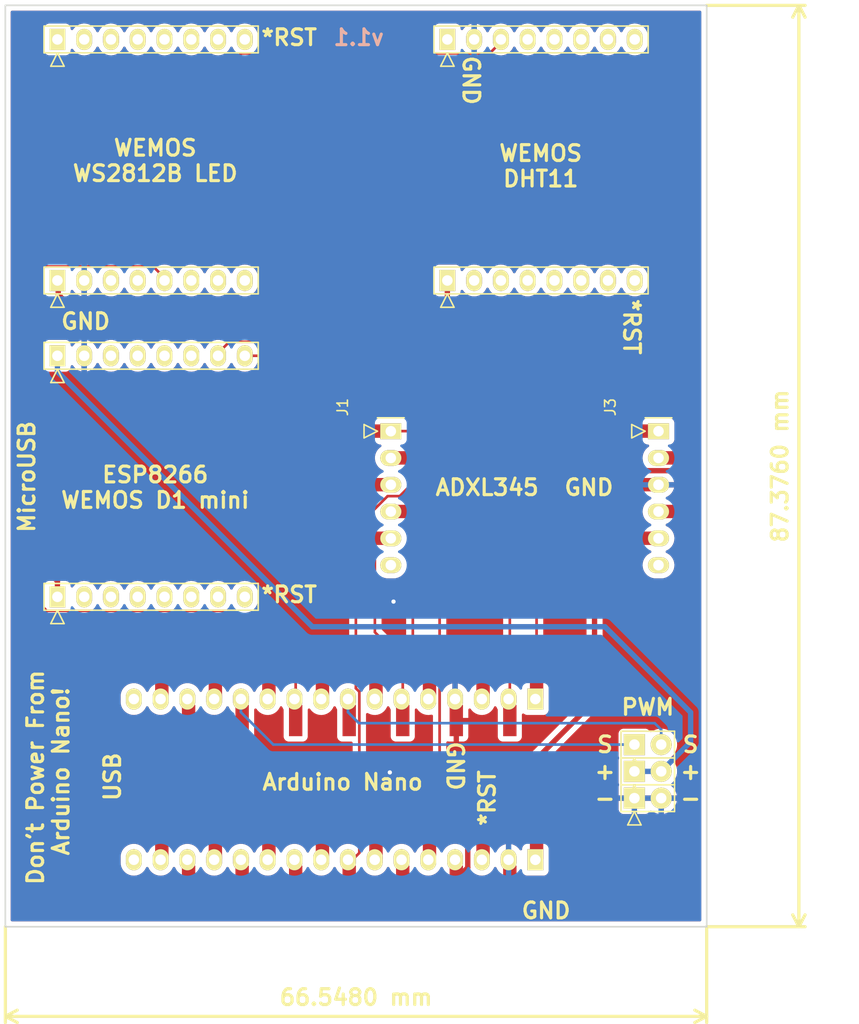
<source format=kicad_pcb>
(kicad_pcb (version 20211014) (generator pcbnew)
  (title_block (date "2020-05-01") (rev "v1.1") (comment 1 "X. Wang"))
  (layers (0 "F.Cu" signal) (31 "B.Cu" signal) (34 "B.Paste" user) (35 "F.Paste" user) (36 "B.SilkS" user "B.Silkscreen") (37 "F.SilkS" user "F.Silkscreen") (38 "B.Mask" user) (39 "F.Mask" user) (44 "Edge.Cuts" user))
  (net 0 "")
  (net 1 "GND")
  (net 2 "SCL")
  (net 3 "SDA")
  (net 4 "Net-(J10-Pad1)")
  (net 5 "Rx")
  (net 6 "Tx")
  (net 7 "Net-(J10-Pad2)")
  (net 8 "3.3V")
  (footprint "ESP32-footprints-Lib:PIN8" (layer "F.Cu") (at 88 44.888)
    (fp_text reference "J12" hide)
    (fp_text value "LED" hide)
    (fp_line (start -10.16 1.27) (end 10.16 1.27) (layer "F.SilkS") (width 0.15))
    (fp_line (start 10.16 -1.27) (end -10.16 -1.27) (layer "F.SilkS") (width 0.15))
    (fp_line (start -9.525 2.54) (end -8.89 1.27) (layer "F.SilkS") (width 0.15))
    (fp_line (start -10.16 -1.27) (end -10.16 1.27) (layer "F.SilkS") (width 0.15))
    (fp_line (start -8.255 2.54) (end -8.89 1.27) (layer "F.SilkS") (width 0.15))
    (fp_line (start -9.525 2.54) (end -8.255 2.54) (layer "F.SilkS") (width 0.15))
    (fp_line (start 10.16 1.27) (end 10.16 -1.27) (layer "F.SilkS") (width 0.15))
    (pad "1" thru_hole rect locked (at -8.89 0) (size 1.5 2) (drill 1) (layers *.Cu *.Mask "F.SilkS"))
    (pad "2" thru_hole oval locked (at -6.35 0) (size 1.5 2) (drill 1) (layers *.Cu *.Mask "F.SilkS"))
    (pad "3" thru_hole oval locked (at -3.81 0) (size 1.5 2) (drill 1) (layers *.Cu *.Mask "F.SilkS"))
    (pad "4" thru_hole oval locked (at -1.27 0) (size 1.5 2) (drill 1) (layers *.Cu *.Mask "F.SilkS"))
    (pad "5" thru_hole oval locked (at 1.27 0) (size 1.5 2) (drill 1) (layers *.Cu *.Mask "F.SilkS"))
    (pad "6" thru_hole oval locked (at 3.81 0) (size 1.5 2) (drill 1) (layers *.Cu *.Mask "F.SilkS"))
    (pad "7" thru_hole oval locked (at 6.35 0) (size 1.5 2) (drill 1) (layers *.Cu *.Mask "F.SilkS"))
    (pad "8" thru_hole oval locked (at 8.89 0) (size 1.5 2) (drill 1) (layers *.Cu *.Mask "F.SilkS"))
  )
  (footprint "ESP32-footprints-Lib:PIN8" (layer "F.Cu") (at 88 67.748)
    (fp_text reference "J5" hide)
    (fp_text value "LED" hide)
    (fp_line (start -10.16 1.27) (end 10.16 1.27) (layer "F.SilkS") (width 0.15))
    (fp_line (start -8.255 2.54) (end -8.89 1.27) (layer "F.SilkS") (width 0.15))
    (fp_line (start 10.16 1.27) (end 10.16 -1.27) (layer "F.SilkS") (width 0.15))
    (fp_line (start -10.16 -1.27) (end -10.16 1.27) (layer "F.SilkS") (width 0.15))
    (fp_line (start -9.525 2.54) (end -8.255 2.54) (layer "F.SilkS") (width 0.15))
    (fp_line (start -9.525 2.54) (end -8.89 1.27) (layer "F.SilkS") (width 0.15))
    (fp_line (start 10.16 -1.27) (end -10.16 -1.27) (layer "F.SilkS") (width 0.15))
    (pad "1" thru_hole rect locked (at -8.89 0) (size 1.5 2) (drill 1) (layers *.Cu *.Mask "F.SilkS") (net 8 "3.3V"))
    (pad "2" thru_hole oval locked (at -6.35 0) (size 1.5 2) (drill 1) (layers *.Cu *.Mask "F.SilkS") (net 1 "GND"))
    (pad "3" thru_hole oval locked (at -3.81 0) (size 1.5 2) (drill 1) (layers *.Cu *.Mask "F.SilkS"))
    (pad "4" thru_hole oval locked (at -1.27 0) (size 1.5 2) (drill 1) (layers *.Cu *.Mask "F.SilkS"))
    (pad "5" thru_hole oval locked (at 1.27 0) (size 1.5 2) (drill 1) (layers *.Cu *.Mask "F.SilkS") (net 7 "Net-(J10-Pad2)"))
    (pad "6" thru_hole oval locked (at 3.81 0) (size 1.5 2) (drill 1) (layers *.Cu *.Mask "F.SilkS"))
    (pad "7" thru_hole oval locked (at 6.35 0) (size 1.5 2) (drill 1) (layers *.Cu *.Mask "F.SilkS"))
    (pad "8" thru_hole oval locked (at 8.89 0) (size 1.5 2) (drill 1) (layers *.Cu *.Mask "F.SilkS"))
  )
  (footprint "ESP32-footprints-Lib:header5" (layer "F.Cu") (at 111.032 87.112 90)
    (fp_text reference "J1" (at 7.356 -4.86 90) (layer "F.SilkS"))
    (fp_text value "ADXL")
    (pad "1" smd rect locked (at 5.08 -1.8 90) (size 1.27 2.96) (layers "F.Cu" "F.Paste" "F.Mask") (net 2 "SCL"))
    (pad "2" smd rect locked (at 2.54 1.8 90) (size 1.27 2.96) (layers "F.Cu" "F.Paste" "F.Mask") (net 3 "SDA"))
    (pad "3" smd rect locked (at 0 -1.8 90) (size 1.27 2.96) (layers "F.Cu" "F.Paste" "F.Mask"))
    (pad "4" smd rect locked (at -2.54 1.8 90) (size 1.27 2.96) (layers "F.Cu" "F.Paste" "F.Mask"))
    (pad "5" smd rect locked (at -5.08 -1.8 90) (size 1.27 2.96) (layers "F.Cu" "F.Paste" "F.Mask"))
  )
  (footprint "ESP32-footprints-Lib:header5" (layer "F.Cu") (at 136 87.112 90)
    (fp_text reference "J3" (at 7.356 -4.428 90) (layer "F.SilkS"))
    (fp_text value "ADXL")
    (pad "1" smd rect locked (at 5.08 -1.8 90) (size 1.27 2.96) (layers "F.Cu" "F.Paste" "F.Mask"))
    (pad "2" smd rect locked (at 2.54 1.8 90) (size 1.27 2.96) (layers "F.Cu" "F.Paste" "F.Mask") (net 8 "3.3V"))
    (pad "3" smd rect locked (at 0 -1.8 90) (size 1.27 2.96) (layers "F.Cu" "F.Paste" "F.Mask") (net 1 "GND"))
    (pad "4" smd rect locked (at -2.54 1.8 90) (size 1.27 2.96) (layers "F.Cu" "F.Paste" "F.Mask"))
    (pad "5" smd rect locked (at -5.08 -1.8 90) (size 1.27 2.96) (layers "F.Cu" "F.Paste" "F.Mask"))
  )
  (footprint "ESP32-footprints-Lib:PIN8" (layer "F.Cu") (at 125 67.748)
    (fp_text reference "J7" hide)
    (fp_text value "TH11" hide)
    (fp_line (start -9.525 2.54) (end -8.255 2.54) (layer "F.SilkS") (width 0.15))
    (fp_line (start 10.16 1.27) (end 10.16 -1.27) (layer "F.SilkS") (width 0.15))
    (fp_line (start 10.16 -1.27) (end -10.16 -1.27) (layer "F.SilkS") (width 0.15))
    (fp_line (start -10.16 1.27) (end 10.16 1.27) (layer "F.SilkS") (width 0.15))
    (fp_line (start -8.255 2.54) (end -8.89 1.27) (layer "F.SilkS") (width 0.15))
    (fp_line (start -9.525 2.54) (end -8.89 1.27) (layer "F.SilkS") (width 0.15))
    (fp_line (start -10.16 -1.27) (end -10.16 1.27) (layer "F.SilkS") (width 0.15))
    (pad "1" thru_hole rect locked (at -8.89 0) (size 1.5 2) (drill 1) (layers *.Cu *.Mask "F.SilkS") (net 8 "3.3V"))
    (pad "2" thru_hole oval locked (at -6.35 0) (size 1.5 2) (drill 1) (layers *.Cu *.Mask "F.SilkS"))
    (pad "3" thru_hole oval locked (at -3.81 0) (size 1.5 2) (drill 1) (layers *.Cu *.Mask "F.SilkS"))
    (pad "4" thru_hole oval locked (at -1.27 0) (size 1.5 2) (drill 1) (layers *.Cu *.Mask "F.SilkS"))
    (pad "5" thru_hole oval locked (at 1.27 0) (size 1.5 2) (drill 1) (layers *.Cu *.Mask "F.SilkS"))
    (pad "6" thru_hole oval locked (at 3.81 0) (size 1.5 2) (drill 1) (layers *.Cu *.Mask "F.SilkS"))
    (pad "7" thru_hole oval locked (at 6.35 0) (size 1.5 2) (drill 1) (layers *.Cu *.Mask "F.SilkS"))
    (pad "8" thru_hole oval locked (at 8.89 0) (size 1.5 2) (drill 1) (layers *.Cu *.Mask "F.SilkS"))
  )
  (footprint "ESP32-footprints-Lib:PIN8" (layer "F.Cu") (at 88 97.748)
    (fp_text reference "J6" hide)
    (fp_text value "ESP" hide)
    (fp_line (start -8.255 2.54) (end -8.89 1.27) (layer "F.SilkS") (width 0.15))
    (fp_line (start 10.16 1.27) (end 10.16 -1.27) (layer "F.SilkS") (width 0.15))
    (fp_line (start 10.16 -1.27) (end -10.16 -1.27) (layer "F.SilkS") (width 0.15))
    (fp_line (start -10.16 -1.27) (end -10.16 1.27) (layer "F.SilkS") (width 0.15))
    (fp_line (start -10.16 1.27) (end 10.16 1.27) (layer "F.SilkS") (width 0.15))
    (fp_line (start -9.525 2.54) (end -8.255 2.54) (layer "F.SilkS") (width 0.15))
    (fp_line (start -9.525 2.54) (end -8.89 1.27) (layer "F.SilkS") (width 0.15))
    (pad "1" thru_hole rect locked (at -8.89 0) (size 1.5 2) (drill 1) (layers *.Cu *.Mask "F.SilkS") (net 8 "3.3V"))
    (pad "2" thru_hole oval locked (at -6.35 0) (size 1.5 2) (drill 1) (layers *.Cu *.Mask "F.SilkS"))
    (pad "3" thru_hole oval locked (at -3.81 0) (size 1.5 2) (drill 1) (layers *.Cu *.Mask "F.SilkS"))
    (pad "4" thru_hole oval locked (at -1.27 0) (size 1.5 2) (drill 1) (layers *.Cu *.Mask "F.SilkS"))
    (pad "5" thru_hole oval locked (at 1.27 0) (size 1.5 2) (drill 1) (layers *.Cu *.Mask "F.SilkS"))
    (pad "6" thru_hole oval locked (at 3.81 0) (size 1.5 2) (drill 1) (layers *.Cu *.Mask "F.SilkS"))
    (pad "7" thru_hole oval locked (at 6.35 0) (size 1.5 2) (drill 1) (layers *.Cu *.Mask "F.SilkS"))
    (pad "8" thru_hole oval locked (at 8.89 0) (size 1.5 2) (drill 1) (layers *.Cu *.Mask "F.SilkS"))
  )
  (footprint "ESP32-footprints-Lib:PIN8" (layer "F.Cu") (at 125 44.888)
    (fp_text reference "J2" hide)
    (fp_text value "TH11" hide)
    (fp_line (start -8.255 2.54) (end -8.89 1.27) (layer "F.SilkS") (width 0.15))
    (fp_line (start 10.16 -1.27) (end -10.16 -1.27) (layer "F.SilkS") (width 0.15))
    (fp_line (start 10.16 1.27) (end 10.16 -1.27) (layer "F.SilkS") (width 0.15))
    (fp_line (start -10.16 1.27) (end 10.16 1.27) (layer "F.SilkS") (width 0.15))
    (fp_line (start -9.525 2.54) (end -8.89 1.27) (layer "F.SilkS") (width 0.15))
    (fp_line (start -10.16 -1.27) (end -10.16 1.27) (layer "F.SilkS") (width 0.15))
    (fp_line (start -9.525 2.54) (end -8.255 2.54) (layer "F.SilkS") (width 0.15))
    (pad "1" thru_hole rect locked (at -8.89 0) (size 1.5 2) (drill 1) (layers *.Cu *.Mask "F.SilkS"))
    (pad "2" thru_hole oval locked (at -6.35 0) (size 1.5 2) (drill 1) (layers *.Cu *.Mask "F.SilkS") (net 1 "GND"))
    (pad "3" thru_hole oval locked (at -3.81 0) (size 1.5 2) (drill 1) (layers *.Cu *.Mask "F.SilkS") (net 4 "Net-(J10-Pad1)"))
    (pad "4" thru_hole oval locked (at -1.27 0) (size 1.5 2) (drill 1) (layers *.Cu *.Mask "F.SilkS"))
    (pad "5" thru_hole oval locked (at 1.27 0) (size 1.5 2) (drill 1) (layers *.Cu *.Mask "F.SilkS"))
    (pad "6" thru_hole oval locked (at 3.81 0) (size 1.5 2) (drill 1) (layers *.Cu *.Mask "F.SilkS"))
    (pad "7" thru_hole oval locked (at 6.35 0) (size 1.5 2) (drill 1) (layers *.Cu *.Mask "F.SilkS"))
    (pad "8" thru_hole oval locked (at 8.89 0) (size 1.5 2) (drill 1) (layers *.Cu *.Mask "F.SilkS"))
  )
  (footprint "ESP32-footprints-Lib:PIN8" (layer "F.Cu") (at 88 74.888)
    (fp_text reference "J4" hide)
    (fp_text value "ESP" hide)
    (fp_line (start 10.16 1.27) (end 10.16 -1.27) (layer "F.SilkS") (width 0.15))
    (fp_line (start -9.525 2.54) (end -8.89 1.27) (layer "F.SilkS") (width 0.15))
    (fp_line (start -8.255 2.54) (end -8.89 1.27) (layer "F.SilkS") (width 0.15))
    (fp_line (start -9.525 2.54) (end -8.255 2.54) (layer "F.SilkS") (width 0.15))
    (fp_line (start 10.16 -1.27) (end -10.16 -1.27) (layer "F.SilkS") (width 0.15))
    (fp_line (start -10.16 1.27) (end 10.16 1.27) (layer "F.SilkS") (width 0.15))
    (fp_line (start -10.16 -1.27) (end -10.16 1.27) (layer "F.SilkS") (width 0.15))
    (pad "1" thru_hole rect locked (at -8.89 0) (size 1.5 2) (drill 1) (layers *.Cu *.Mask "F.SilkS"))
    (pad "2" thru_hole oval locked (at -6.35 0) (size 1.5 2) (drill 1) (layers *.Cu *.Mask "F.SilkS") (net 1 "GND"))
    (pad "3" thru_hole oval locked (at -3.81 0) (size 1.5 2) (drill 1) (layers *.Cu *.Mask "F.SilkS"))
    (pad "4" thru_hole oval locked (at -1.27 0) (size 1.5 2) (drill 1) (layers *.Cu *.Mask "F.SilkS"))
    (pad "5" thru_hole oval locked (at 1.27 0) (size 1.5 2) (drill 1) (layers *.Cu *.Mask "F.SilkS"))
    (pad "6" thru_hole oval locked (at 3.81 0) (size 1.5 2) (drill 1) (layers *.Cu *.Mask "F.SilkS"))
    (pad "7" thru_hole oval locked (at 6.35 0) (size 1.5 2) (drill 1) (layers *.Cu *.Mask "F.SilkS") (net 6 "Tx"))
    (pad "8" thru_hole oval locked (at 8.89 0) (size 1.5 2) (drill 1) (layers *.Cu *.Mask "F.SilkS") (net 5 "Rx"))
  )
  (footprint "ESP32-footprints-Lib:header5" (layer "F.Cu") (at 119.496 122.924)
    (fp_text reference "" (at 7.504 0.012) (layer "F.SilkS"))
    (fp_text value "Nano")
    (pad "1" smd rect locked (at 5.08 -1.8) (size 1.27 2.96) (layers "F.Cu" "F.Paste" "F.Mask"))
    (pad "2" smd rect locked (at 2.54 1.8) (size 1.27 2.96) (layers "F.Cu" "F.Paste" "F.Mask") (net 1 "GND"))
    (pad "3" smd rect locked (at 0 -1.8) (size 1.27 2.96) (layers "F.Cu" "F.Paste" "F.Mask"))
    (pad "4" smd rect locked (at -2.54 1.8) (size 1.27 2.96) (layers "F.Cu" "F.Paste" "F.Mask") (net 8 "3.3V"))
    (pad "5" smd rect locked (at -5.08 -1.8) (size 1.27 2.96) (layers "F.Cu" "F.Paste" "F.Mask"))
  )
  (footprint "ESP32-footprints-Lib:header5" (layer "F.Cu") (at 94.096 122.924)
    (fp_text reference "" (at -6.72 2.552) (layer "F.SilkS"))
    (fp_text value "header5")
    (pad "1" smd rect locked (at 5.08 -1.8) (size 1.27 2.96) (layers "F.Cu" "F.Paste" "F.Mask"))
    (pad "2" smd rect locked (at 2.54 1.8) (size 1.27 2.96) (layers "F.Cu" "F.Paste" "F.Mask"))
    (pad "3" smd rect locked (at 0 -1.8) (size 1.27 2.96) (layers "F.Cu" "F.Paste" "F.Mask"))
    (pad "4" smd rect locked (at -2.54 1.8) (size 1.27 2.96) (layers "F.Cu" "F.Paste" "F.Mask"))
    (pad "5" smd rect locked (at -5.08 -1.8) (size 1.27 2.96) (layers "F.Cu" "F.Paste" "F.Mask"))
  )
  (footprint "ESP32-footprints-Lib:header5" (layer "F.Cu") (at 106.796 122.924 180)
    (fp_text reference "" (at -2.424 -2.044 180) (layer "F.SilkS"))
    (fp_text value "Nano")
    (pad "1" smd rect locked (at 5.08 -1.8 180) (size 1.27 2.96) (layers "F.Cu" "F.Paste" "F.Mask"))
    (pad "2" smd rect locked (at 2.54 1.8 180) (size 1.27 2.96) (layers "F.Cu" "F.Paste" "F.Mask"))
    (pad "3" smd rect locked (at 0 -1.8 180) (size 1.27 2.96) (layers "F.Cu" "F.Paste" "F.Mask") (net 3 "SDA"))
    (pad "4" smd rect locked (at -2.54 1.8 180) (size 1.27 2.96) (layers "F.Cu" "F.Paste" "F.Mask") (net 2 "SCL"))
    (pad "5" smd rect locked (at -5.08 -1.8 180) (size 1.27 2.96) (layers "F.Cu" "F.Paste" "F.Mask"))
  )
  (footprint "ESP32-footprints-Lib:header5" (layer "F.Cu") (at 94.096 107.684)
    (fp_text reference "" (at 0 5.08) (layer "F.SilkS"))
    (fp_text value "header5")
    (pad "1" smd rect locked (at 5.08 -1.8) (size 1.27 2.96) (layers "F.Cu" "F.Paste" "F.Mask"))
    (pad "2" smd rect locked (at 2.54 1.8) (size 1.27 2.96) (layers "F.Cu" "F.Paste" "F.Mask"))
    (pad "3" smd rect locked (at 0 -1.8) (size 1.27 2.96) (layers "F.Cu" "F.Paste" "F.Mask"))
    (pad "4" smd rect locked (at -2.54 1.8) (size 1.27 2.96) (layers "F.Cu" "F.Paste" "F.Mask"))
    (pad "5" smd rect locked (at -5.08 -1.8) (size 1.27 2.96) (layers "F.Cu" "F.Paste" "F.Mask"))
  )
  (footprint "ESP32-footprints-Lib:header5" (layer "F.Cu") (at 106.796 107.684 180)
    (fp_text reference "" (at 0 5.08 180) (layer "F.SilkS"))
    (fp_text value "Nano")
    (pad "1" smd rect locked (at 5.08 -1.8 180) (size 1.27 2.96) (layers "F.Cu" "F.Paste" "F.Mask") (net 4 "Net-(J10-Pad1)"))
    (pad "2" smd rect locked (at 2.54 1.8 180) (size 1.27 2.96) (layers "F.Cu" "F.Paste" "F.Mask") (net 7 "Net-(J10-Pad2)"))
    (pad "3" smd rect locked (at 0 -1.8 180) (size 1.27 2.96) (layers "F.Cu" "F.Paste" "F.Mask"))
    (pad "4" smd rect locked (at -2.54 1.8 180) (size 1.27 2.96) (layers "F.Cu" "F.Paste" "F.Mask"))
    (pad "5" smd rect locked (at -5.08 -1.8 180) (size 1.27 2.96) (layers "F.Cu" "F.Paste" "F.Mask"))
  )
  (footprint "ESP32-footprints-Lib:header5" (layer "F.Cu") (at 119.496 107.684)
    (fp_text reference "" (at 6.996 -4.56) (layer "F.SilkS"))
    (fp_text value "Nano")
    (pad "1" smd rect locked (at 5.08 -1.8) (size 1.27 2.96) (layers "F.Cu" "F.Paste" "F.Mask") (net 6 "Tx"))
    (pad "2" smd rect locked (at 2.54 1.8) (size 1.27 2.96) (layers "F.Cu" "F.Paste" "F.Mask") (net 5 "Rx"))
    (pad "3" smd rect locked (at 0 -1.8) (size 1.27 2.96) (layers "F.Cu" "F.Paste" "F.Mask"))
    (pad "4" smd rect locked (at -2.54 1.8) (size 1.27 2.96) (layers "F.Cu" "F.Paste" "F.Mask") (net 1 "GND"))
    (pad "5" smd rect locked (at -5.08 -1.8) (size 1.27 2.96) (layers "F.Cu" "F.Paste" "F.Mask"))
  )
  (footprint "ESP32-footprints-Lib:PIN6" (layer "F.Cu") (at 110.744 90.932 -90)
    (fp_text reference "J1" hide)
    (fp_text value "LCD" hide)
    (fp_line (start -8.255 2.54) (end -8.89 1.27) (layer "F.SilkS") (width 0.15))
    (fp_line (start -10.16 -1.27) (end -10.16 1.27) (layer "F.SilkS") (width 0.15))
    (fp_line (start -9.525 2.54) (end -8.89 1.27) (layer "F.SilkS") (width 0.15))
    (fp_line (start -9.525 2.54) (end -8.255 2.54) (layer "F.SilkS") (width 0.15))
    (pad "1" thru_hole rect locked (at -8.89 0 270) (size 1.5 2) (drill 1) (layers *.Cu *.Mask "F.SilkS"))
    (pad "2" thru_hole oval locked (at -6.35 0 270) (size 1.5 2) (drill 1) (layers *.Cu *.Mask "F.SilkS"))
    (pad "3" thru_hole oval locked (at -3.81 0 270) (size 1.5 2) (drill 1) (layers *.Cu *.Mask "F.SilkS"))
    (pad "4" thru_hole oval locked (at -1.27 0 270) (size 1.5 2) (drill 1) (layers *.Cu *.Mask "F.SilkS"))
    (pad "5" thru_hole oval locked (at 1.27 0 270) (size 1.5 2) (drill 1) (layers *.Cu *.Mask "F.SilkS"))
    (pad "6" thru_hole oval locked (at 3.81 0 270) (size 1.5 2) (drill 1) (layers *.Cu *.Mask "F.SilkS"))
  )
  (footprint "ESP32-footprints-Lib:PIN6" (layer "F.Cu") (at 136.144 90.932 -90)
    (fp_text reference "J1" hide)
    (fp_text value "LCD" hide)
    (fp_line (start -9.525 2.54) (end -8.89 1.27) (layer "F.SilkS") (width 0.15))
    (fp_line (start -9.525 2.54) (end -8.255 2.54) (layer "F.SilkS") (width 0.15))
    (fp_line (start -8.255 2.54) (end -8.89 1.27) (layer "F.SilkS") (width 0.15))
    (fp_line (start -10.16 -1.27) (end -10.16 1.27) (layer "F.SilkS") (width 0.15))
    (pad "1" thru_hole rect locked (at -8.89 0 270) (size 1.5 2) (drill 1) (layers *.Cu *.Mask "F.SilkS"))
    (pad "2" thru_hole oval locked (at -6.35 0 270) (size 1.5 2) (drill 1) (layers *.Cu *.Mask "F.SilkS"))
    (pad "3" thru_hole oval locked (at -3.81 0 270) (size 1.5 2) (drill 1) (layers *.Cu *.Mask "F.SilkS") (net 1 "GND"))
    (pad "4" thru_hole oval locked (at -1.27 0 270) (size 1.5 2) (drill 1) (layers *.Cu *.Mask "F.SilkS"))
    (pad "5" thru_hole oval locked (at 1.27 0 270) (size 1.5 2) (drill 1) (layers *.Cu *.Mask "F.SilkS"))
    (pad "6" thru_hole oval locked (at 3.81 0 270) (size 1.5 2) (drill 1) (layers *.Cu *.Mask "F.SilkS"))
  )
  (footprint "ESP32-footprints-Lib:PIN16" (layer "F.Cu") (at 104.14 108.712 180)
    (fp_text reference "CON9" hide)
    (fp_text value "" (at 0 -2 180) (layer "F.SilkS"))
    (pad "1" thru_hole rect locked (at -20.32 1.27 180) (size 1.5 2) (drill 1) (layers *.Cu *.Mask "F.SilkS"))
    (pad "2" thru_hole oval locked (at -17.78 1.27 180) (size 1.5 2) (drill 1) (layers *.Cu *.Mask "F.SilkS"))
    (pad "3" thru_hole oval locked (at -15.24 1.27 180) (size 1.5 2) (drill 1) (layers *.Cu *.Mask "F.SilkS"))
    (pad "4" thru_hole oval locked (at -12.7 1.27 180) (size 1.5 2) (drill 1) (layers *.Cu *.Mask "F.SilkS") (net 1 "GND"))
    (pad "5" thru_hole oval locked (at -10.16 1.27 180) (size 1.5 2) (drill 1) (layers *.Cu *.Mask "F.SilkS"))
    (pad "6" thru_hole oval locked (at -7.62 1.27 180) (size 1.5 2) (drill 1) (layers *.Cu *.Mask "F.SilkS"))
    (pad "7" thru_hole oval locked (at -5.08 1.27 180) (size 1.5 2) (drill 1) (layers *.Cu *.Mask "F.SilkS"))
    (pad "8" thru_hole oval locked (at -2.54 1.27 180) (size 1.5 2) (drill 1) (layers *.Cu *.Mask "F.SilkS"))
    (pad "9" thru_hole oval locked (at 0 1.27 180) (size 1.5 2) (drill 1) (layers *.Cu *.Mask "F.SilkS"))
    (pad "10" thru_hole oval locked (at 2.54 1.27 180) (size 1.5 2) (drill 1) (layers *.Cu *.Mask "F.SilkS"))
    (pad "11" thru_hole oval locked (at 5.08 1.27 180) (size 1.5 2) (drill 1) (layers *.Cu *.Mask "F.SilkS"))
    (pad "12" thru_hole oval locked (at 7.62 1.27 180) (size 1.5 2) (drill 1) (layers *.Cu *.Mask "F.SilkS"))
    (pad "13" thru_hole oval locked (at 10.16 1.27 180) (size 1.5 2) (drill 1) (layers *.Cu *.Mask "F.SilkS"))
    (pad "14" thru_hole oval locked (at 12.7 1.27 180) (size 1.5 2) (drill 1) (layers *.Cu *.Mask "F.SilkS"))
    (pad "15" thru_hole oval locked (at 15.24 1.27 180) (size 1.5 2) (drill 1) (layers *.Cu *.Mask "F.SilkS"))
    (pad "16" thru_hole oval locked (at 17.78 1.27 180) (size 1.5 2) (drill 1) (layers *.Cu *.Mask "F.SilkS"))
  )
  (footprint "ESP32-footprints-Lib:PIN16" (layer "F.Cu") (at 104.14 123.952 180)
    (fp_text reference "CON9" hide)
    (fp_text value "" (at 0 -2 180) (layer "F.SilkS"))
    (pad "1" thru_hole rect locked (at -20.32 1.27 180) (size 1.5 2) (drill 1) (layers *.Cu *.Mask "F.SilkS"))
    (pad "2" thru_hole oval locked (at -17.78 1.27 180) (size 1.5 2) (drill 1) (layers *.Cu *.Mask "F.SilkS") (net 1 "GND"))
    (pad "3" thru_hole oval locked (at -15.24 1.27 180) (size 1.5 2) (drill 1) (layers *.Cu *.Mask "F.SilkS"))
    (pad "4" thru_hole oval locked (at -12.7 1.27 180) (size 1.5 2) (drill 1) (layers *.Cu *.Mask "F.SilkS"))
    (pad "5" thru_hole oval locked (at -10.16 1.27 180) (size 1.5 2) (drill 1) (layers *.Cu *.Mask "F.SilkS"))
    (pad "6" thru_hole oval locked (at -7.62 1.27 180) (size 1.5 2) (drill 1) (layers *.Cu *.Mask "F.SilkS"))
    (pad "7" thru_hole oval locked (at -5.08 1.27 180) (size 1.5 2) (drill 1) (layers *.Cu *.Mask "F.SilkS"))
    (pad "8" thru_hole oval locked (at -2.54 1.27 180) (size 1.5 2) (drill 1) (layers *.Cu *.Mask "F.SilkS"))
    (pad "9" thru_hole oval locked (at 0 1.27 180) (size 1.5 2) (drill 1) (layers *.Cu *.Mask "F.SilkS"))
    (pad "10" thru_hole oval locked (at 2.54 1.27 180) (size 1.5 2) (drill 1) (layers *.Cu *.Mask "F.SilkS"))
    (pad "11" thru_hole oval locked (at 5.08 1.27 180) (size 1.5 2) (drill 1) (layers *.Cu *.Mask "F.SilkS"))
    (pad "12" thru_hole oval locked (at 7.62 1.27 180) (size 1.5 2) (drill 1) (layers *.Cu *.Mask "F.SilkS"))
    (pad "13" thru_hole oval locked (at 10.16 1.27 180) (size 1.5 2) (drill 1) (layers *.Cu *.Mask "F.SilkS"))
    (pad "14" thru_hole oval locked (at 12.7 1.27 180) (size 1.5 2) (drill 1) (layers *.Cu *.Mask "F.SilkS"))
    (pad "15" thru_hole oval locked (at 15.24 1.27 180) (size 1.5 2) (drill 1) (layers *.Cu *.Mask "F.SilkS"))
    (pad "16" thru_hole oval locked (at 17.78 1.27 180) (size 1.5 2) (drill 1) (layers *.Cu *.Mask "F.SilkS"))
  )
  (footprint "ESP32-footprints-Lib:PIN2" (layer "F.Cu") (at 135.128 111.76)
    (fp_text reference "CON14" hide)
    (fp_text value "BED_Th" hide)
    (fp_line (start -2.54 1.27) (end 2.54 1.27) (layer "F.SilkS") (width 0.15))
    (fp_line (start -2.54 -1.27) (end -2.54 1.27) (layer "F.SilkS") (width 0.15))
    (fp_line (start -1.905 2.54) (end -0.635 2.54) (layer "F.SilkS") (width 0.15))
    (fp_line (start -1.905 2.54) (end -1.27 1.27) (layer "F.SilkS") (width 0.15))
    (fp_line (start 2.54 1.27) (end 2.54 -1.27) (layer "F.SilkS") (width 0.15))
    (fp_line (start 2.54 -1.27) (end -2.54 -1.27) (layer "F.SilkS") (width 0.15))
    (fp_line (start -0.635 2.54) (end -1.27 1.27) (layer "F.SilkS") (width 0.15))
    (pad "1" thru_hole rect locked (at -1.27 0) (size 2 2) (drill 1) (layers *.Cu *.Mask "F.SilkS"))
    (pad "2" thru_hole oval locked (at 1.27 0) (size 2 2) (drill 1) (layers *.Cu *.Mask "F.SilkS"))
  )
  (footprint "ESP32-footprints-Lib:PIN2" (layer "F.Cu") (at 135.128 114.3)
    (fp_text reference "CON14" hide)
    (fp_text value "BED_Th" hide)
    (fp_line (start -2.54 1.27) (end 2.54 1.27) (layer "F.SilkS") (width 0.15))
    (fp_line (start 2.54 -1.27) (end -2.54 -1.27) (layer "F.SilkS") (width 0.15))
    (fp_line (start -0.635 2.54) (end -1.27 1.27) (layer "F.SilkS") (width 0.15))
    (fp_line (start -2.54 -1.27) (end -2.54 1.27) (layer "F.SilkS") (width 0.15))
    (fp_line (start 2.54 1.27) (end 2.54 -1.27) (layer "F.SilkS") (width 0.15))
    (fp_line (start -1.905 2.54) (end -1.27 1.27) (layer "F.SilkS") (width 0.15))
    (fp_line (start -1.905 2.54) (end -0.635 2.54) (layer "F.SilkS") (width 0.15))
    (pad "1" thru_hole rect locked (at -1.27 0) (size 2 2) (drill 1) (layers *.Cu *.Mask "F.SilkS"))
    (pad "2" thru_hole oval locked (at 1.27 0) (size 2 2) (drill 1) (layers *.Cu *.Mask "F.SilkS"))
  )
  (footprint "ESP32-footprints-Lib:PIN2" (layer "F.Cu") (at 135.128 116.84)
    (fp_text reference "CON14" hide)
    (fp_text value "BED_Th" hide)
    (fp_line (start 2.54 1.27) (end 2.54 -1.27) (layer "F.SilkS") (width 0.15))
    (fp_line (start -1.905 2.54) (end -0.635 2.54) (layer "F.SilkS") (width 0.15))
    (fp_line (start -2.54 1.27) (end 2.54 1.27) (layer "F.SilkS") (width 0.15))
    (fp_line (start -1.905 2.54) (end -1.27 1.27) (layer "F.SilkS") (width 0.15))
    (fp_line (start -0.635 2.54) (end -1.27 1.27) (layer "F.SilkS") (width 0.15))
    (fp_line (start 2.54 -1.27) (end -2.54 -1.27) (layer "F.SilkS") (width 0.15))
    (fp_line (start -2.54 -1.27) (end -2.54 1.27) (layer "F.SilkS") (width 0.15))
    (pad "1" thru_hole rect locked (at -1.27 0) (size 2 2) (drill 1) (layers *.Cu *.Mask "F.SilkS") (net 1 "GND"))
    (pad "2" thru_hole oval locked (at 1.27 0) (size 2 2) (drill 1) (layers *.Cu *.Mask "F.SilkS") (net 1 "GND"))
  )
  (gr_line (start 74.168 41.656) (end 140.716 41.656) (layer "Edge.Cuts") (width 0.15))
  (gr_line (start 74.168 129.032) (end 74.168 41.656) (layer "Edge.Cuts") (width 0.15))
  (gr_line (start 140.716 129.032) (end 74.168 129.032) (layer "Edge.Cuts") (width 0.15))
  (gr_line (start 140.716 41.656) (end 140.716 129.032) (layer "Edge.Cuts") (width 0.15))
  (gr_text "v1.1" (at 107.696 44.704) (layer "B.SilkS") (effects (font (size 1.5 1.5) (thickness 0.3)) (justify mirror)))
  (gr_text "*RST" (at 101.092 44.704) (layer "F.SilkS") (effects (font (size 1.5 1.5) (thickness 0.3))))
  (gr_text "*RST" (at 101.092 97.536) (layer "F.SilkS") (effects (font (size 1.5 1.5) (thickness 0.3))))
  (gr_text "*RST" (at 119.888 116.84 90) (layer "F.SilkS") (effects (font (size 1.5 1.5) (thickness 0.3))))
  (gr_text "GND" (at 118.364 48.768 270) (layer "F.SilkS") (effects (font (size 1.5 1.5) (thickness 0.3))))
  (gr_text "GND" (at 81.788 71.628) (layer "F.SilkS") (effects (font (size 1.5 1.5) (thickness 0.3))))
  (gr_text "GND" (at 116.84 113.792 270) (layer "F.SilkS") (effects (font (size 1.5 1.5) (thickness 0.3))))
  (gr_text "GND" (at 125.476 127.508) (layer "F.SilkS") (effects (font (size 1.5 1.5) (thickness 0.3))))
  (gr_text "+" (at 139.192 114.3) (layer "F.SilkS") (effects (font (size 1.5 1.5) (thickness 0.3))))
  (gr_text "-" (at 139.192 116.84) (layer "F.SilkS") (effects (font (size 1.5 1.5) (thickness 0.3))))
  (gr_text "S" (at 139.192 111.76) (layer "F.SilkS") (effects (font (size 1.5 1.5) (thickness 0.3))))
  (gr_text "GND" (at 129.54 87.376) (layer "F.SilkS") (effects (font (size 1.5 1.5) (thickness 0.3))))
  (gr_text "-" (at 131.064 116.84) (layer "F.SilkS") (effects (font (size 1.5 1.5) (thickness 0.3))))
  (gr_text "USB" (at 84.328 114.808 90) (layer "F.SilkS") (effects (font (size 1.5 1.5) (thickness 0.3))))
  (gr_text "Arduino Nano" (at 106.172 115.316) (layer "F.SilkS") (effects (font (size 1.5 1.5) (thickness 0.3))))
  (gr_text "ADXL345" (at 119.888 87.376) (layer "F.SilkS") (effects (font (size 1.5 1.5) (thickness 0.3))))
  (gr_text "WEMOS\nWS2812B LED" (at 88.392 56.388) (layer "F.SilkS") (effects (font (size 1.5 1.5) (thickness 0.3))))
  (gr_text "S" (at 131.064 111.76) (layer "F.SilkS") (effects (font (size 1.5 1.5) (thickness 0.3))))
  (gr_text "+" (at 131.064 114.3) (layer "F.SilkS") (effects (font (size 1.5 1.5) (thickness 0.3))))
  (gr_text "Don't Power From \nArduino Nano!" (at 78.232 114.3 90) (layer "F.SilkS") (effects (font (size 1.5 1.5) (thickness 0.3))))
  (gr_text "PWM" (at 135.128 108.204) (layer "F.SilkS") (effects (font (size 1.5 1.5) (thickness 0.3))))
  (gr_text "WEMOS\nDHT11" (at 124.968 56.896) (layer "F.SilkS") (effects (font (size 1.5 1.5) (thickness 0.3))))
  (gr_text "MicroUSB" (at 76.2 86.36 90) (layer "F.SilkS") (effects (font (size 1.5 1.5) (thickness 0.3))))
  (gr_text "*RST" (at 133.604 72.136 270) (layer "F.SilkS") (effects (font (size 1.5 1.5) (thickness 0.3))))
  (gr_text "ESP8266\nWEMOS D1 mini" (at 88.392 87.376) (layer "F.SilkS") (effects (font (size 1.5 1.5) (thickness 0.3))))
  (dimension (type aligned) (layer "F.SilkS") (pts (xy 140.716 129.032) (xy 74.168 129.032)) (height -8.5) (gr_text "66.5480 mm" (at 107.442 135.732) (layer "F.SilkS") (effects (font (size 1.5 1.5) (thickness 0.3)))) (format (units 2) (units_format 1) (precision 4)) (style (thickness 0.3) (arrow_length 1.27) (text_position_mode 0) (extension_height 0.58642) (extension_offset 0) keep_text_aligned))
  (dimension (type aligned) (layer "F.SilkS") (pts (xy 140.716 129.032) (xy 140.716 41.656)) (height 8.75) (gr_text "87.3760 mm" (at 147.666 85.344 90) (layer "F.SilkS") (effects (font (size 1.5 1.5) (thickness 0.3)))) (format (units 2) (units_format 1) (precision 4)) (style (thickness 0.3) (arrow_length 1.27) (text_position_mode 0) (extension_height 0.58642) (extension_offset 0) keep_text_aligned))
  (segment (start 112.832 89.652) (end 112.832 105.185) (width 0.25) (layer "F.Cu") (net 0))
  (segment (start 109.232 101.104) (end 111.876 103.748) (width 0.25) (layer "F.Cu") (net 0))
  (segment (start 112.832 105.185) (end 113.531 105.884) (width 0.25) (layer "F.Cu") (net 0))
  (segment (start 111.876 103.748) (end 111.876 109.484) (width 0.25) (layer "F.Cu") (net 0))
  (segment (start 109.232 92.192) (end 109.232 101.104) (width 0.25) (layer "F.Cu") (net 0))
  (segment (start 113.531 105.884) (end 114.416 105.884) (width 0.25) (layer "F.Cu") (net 0))
  (segment (start 131.064 100.584) (end 139.192 108.712) (width 0.508) (layer "B.Cu") (net 0))
  (segment (start 132.608 111.76) (end 133.858 111.76) (width 0.25) (layer "B.Cu") (net 0))
  (segment (start 103.298 100.584) (end 131.064 100.584) (width 0.508) (layer "B.Cu") (net 0))
  (segment (start 79.11 76.396) (end 103.298 100.584) (width 0.508) (layer "B.Cu") (net 0))
  (segment (start 96.52 108.692) (end 99.588 111.76) (width 0.25) (layer "B.Cu") (net 0))
  (segment (start 136.398 114.3) (end 133.858 114.3) (width 0.508) (layer "B.Cu") (net 0))
  (segment (start 99.588 111.76) (end 132.608 111.76) (width 0.25) (layer "B.Cu") (net 0))
  (segment (start 79.11 74.888) (end 79.11 76.396) (width 0.508) (layer "B.Cu") (net 0))
  (segment (start 96.52 107.442) (end 96.52 108.692) (width 0.25) (layer "B.Cu") (net 0))
  (segment (start 139.192 108.712) (end 139.192 111.506) (width 0.508) (layer "B.Cu") (net 0))
  (segment (start 107.716 109.728) (end 135.780213 109.728) (width 0.25) (layer "B.Cu") (net 0))
  (segment (start 135.780213 109.728) (end 136.398 110.345787) (width 0.25) (layer "B.Cu") (net 0))
  (segment (start 139.192 111.506) (end 136.398 114.3) (width 0.508) (layer "B.Cu") (net 0))
  (segment (start 106.68 107.442) (end 106.68 108.692) (width 0.25) (layer "B.Cu") (net 0))
  (segment (start 106.68 108.692) (end 107.716 109.728) (width 0.25) (layer "B.Cu") (net 0))
  (segment (start 136.398 110.345787) (end 136.398 111.76) (width 0.25) (layer "B.Cu") (net 0))
  (via (at 110.65 114.4) (size 0.8) (drill 0.4) (layers "F.Cu" "B.Cu") (net 1))
  (via (at 111 98.2) (size 0.8) (drill 0.4) (layers "F.Cu" "B.Cu") (net 1))
  (segment (start 115.376001 84.415999) (end 112.992002 82.032) (width 0.25) (layer "F.Cu") (net 2))
  (segment (start 109.336 119.394) (end 115.376001 113.353999) (width 0.25) (layer "F.Cu") (net 2))
  (segment (start 115.376001 113.353999) (end 115.376001 84.415999) (width 0.25) (layer "F.Cu") (net 2))
  (segment (start 109.336 121.124) (end 109.336 119.394) (width 0.25) (layer "F.Cu") (net 2))
  (segment (start 110.962 82.032) (end 109.232 82.032) (width 0.25) (layer "F.Cu") (net 2))
  (segment (start 112.992002 82.032) (end 110.962 82.032) (width 0.25) (layer "F.Cu") (net 2))
  (segment (start 106.796 122.994) (end 106.796 124.724) (width 0.25) (layer "F.Cu") (net 3))
  (segment (start 112.832 86.951998) (end 111.586988 88.19701) (width 0.25) (layer "F.Cu") (net 3))
  (segment (start 107.756001 122.033999) (end 106.796 122.994) (width 0.25) (layer "F.Cu") (net 3))
  (segment (start 107.426999 106.418706) (end 107.756001 106.747708) (width 0.25) (layer "F.Cu") (net 3))
  (segment (start 112.832 84.572) (end 112.832 86.951998) (width 0.25) (layer "F.Cu") (net 3))
  (segment (start 107.756001 106.747708) (end 107.756001 122.033999) (width 0.25) (layer "F.Cu") (net 3))
  (segment (start 110.438697 88.19701) (end 107.426999 91.208708) (width 0.25) (layer "F.Cu") (net 3))
  (segment (start 111.586988 88.19701) (end 110.438697 88.19701) (width 0.25) (layer "F.Cu") (net 3))
  (segment (start 107.426999 91.208708) (end 107.426999 106.418706) (width 0.25) (layer "F.Cu") (net 3))
  (segment (start 101.716 105.723998) (end 95.515022 99.52302) (width 0.25) (layer "F.Cu") (net 4))
  (segment (start 101.716 109.484) (end 101.716 105.723998) (width 0.25) (layer "F.Cu") (net 4))
  (segment (start 75.74999 97.359402) (end 75.74999 66.99801) (width 0.25) (layer "F.Cu") (net 4))
  (segment (start 96.53499 46.21301) (end 120.11499 46.21301) (width 0.25) (layer "F.Cu") (net 4))
  (segment (start 95.515022 99.52302) (end 77.913607 99.523019) (width 0.25) (layer "F.Cu") (net 4))
  (segment (start 120.11499 46.21301) (end 121.19 45.138) (width 0.25) (layer "F.Cu") (net 4))
  (segment (start 121.19 45.138) (end 121.19 44.888) (width 0.25) (layer "F.Cu") (net 4))
  (segment (start 77.913607 99.523019) (end 75.74999 97.359402) (width 0.25) (layer "F.Cu") (net 4))
  (segment (start 75.74999 66.99801) (end 96.53499 46.21301) (width 0.25) (layer "F.Cu") (net 4))
  (segment (start 106.484412 74.888) (end 96.89 74.888) (width 0.25) (layer "F.Cu") (net 5))
  (segment (start 122.036 90.439588) (end 106.484412 74.888) (width 0.25) (layer "F.Cu") (net 5))
  (segment (start 122.036 109.484) (end 122.036 90.439588) (width 0.25) (layer "F.Cu") (net 5))
  (segment (start 94.35 74.638) (end 94.35 74.888) (width 0.25) (layer "F.Cu") (net 6))
  (segment (start 124.576 105.884) (end 124.576 92.343178) (width 0.25) (layer "F.Cu") (net 6))
  (segment (start 105.795812 73.56299) (end 95.42501 73.56299) (width 0.25) (layer "F.Cu") (net 6))
  (segment (start 124.576 92.343178) (end 105.795812 73.56299) (width 0.25) (layer "F.Cu") (net 6))
  (segment (start 95.42501 73.56299) (end 94.35 74.638) (width 0.25) (layer "F.Cu") (net 6))
  (segment (start 78.100008 99.07301) (end 76.2 97.173002) (width 0.25) (layer "F.Cu") (net 7))
  (segment (start 102.534 105.884) (end 95.72301 99.07301) (width 0.25) (layer "F.Cu") (net 7))
  (segment (start 76.2 67.183718) (end 76.960728 66.42299) (width 0.25) (layer "F.Cu") (net 7))
  (segment (start 88.19499 66.42299) (end 89.27 67.498) (width 0.25) (layer "F.Cu") (net 7))
  (segment (start 89.27 67.498) (end 89.27 67.748) (width 0.25) (layer "F.Cu") (net 7))
  (segment (start 76.960728 66.42299) (end 88.19499 66.42299) (width 0.25) (layer "F.Cu") (net 7))
  (segment (start 95.72301 99.07301) (end 78.100008 99.07301) (width 0.25) (layer "F.Cu") (net 7))
  (segment (start 76.2 97.173002) (end 76.2 67.183718) (width 0.25) (layer "F.Cu") (net 7))
  (segment (start 104.256 105.884) (end 102.534 105.884) (width 0.25) (layer "F.Cu") (net 7))
  (segment (start 79.18501 67.82301) (end 79.11 67.748) (width 0.508) (layer "F.Cu") (net 8))
  (segment (start 77.216 94.346) (end 79.11 96.24) (width 0.508) (layer "F.Cu") (net 8))
  (segment (start 77.216 72.184) (end 77.216 94.346) (width 0.508) (layer "F.Cu") (net 8))
  (segment (start 130.076293 84.572) (end 130.076293 107.611505) (width 0.508) (layer "F.Cu") (net 8))
  (segment (start 116.11 70.605707) (end 116.11 67.748) (width 0.508) (layer "F.Cu") (net 8))
  (segment (start 137.8 85.715) (end 137.8 84.572) (width 0.508) (layer "F.Cu") (net 8))
  (segment (start 79.756 69.644) (end 79.18501 69.07301) (width 0.508) (layer "F.Cu") (net 8))
  (segment (start 118.04401 123.430717) (end 116.956 124.518727) (width 0.508) (layer "F.Cu") (net 8))
  (segment (start 130.076293 84.572) (end 116.11 70.605707) (width 0.508) (layer "F.Cu") (net 8))
  (segment (start 79.11 96.24) (end 79.11 97.748) (width 0.508) (layer "F.Cu") (net 8))
  (segment (start 131.290303 85.78601) (end 137.72899 85.78601) (width 0.508) (layer "F.Cu") (net 8))
  (segment (start 79.756 69.644) (end 77.216 72.184) (width 0.508) (layer "F.Cu") (net 8))
  (segment (start 116.956 124.518727) (end 116.956 124.724) (width 0.508) (layer "F.Cu") (net 8))
  (segment (start 118.04401 119.643788) (end 118.04401 123.430717) (width 0.508) (layer "F.Cu") (net 8))
  (segment (start 80.717707 70.605707) (end 79.756 69.644) (width 0.508) (layer "F.Cu") (net 8))
  (segment (start 116.11 70.605707) (end 80.717707 70.605707) (width 0.508) (layer "F.Cu") (net 8))
  (segment (start 130.076293 107.611505) (end 118.04401 119.643788) (width 0.508) (layer "F.Cu") (net 8))
  (segment (start 130.076293 84.572) (end 131.290303 85.78601) (width 0.508) (layer "F.Cu") (net 8))
  (segment (start 137.72899 85.78601) (end 137.8 85.715) (width 0.508) (layer "F.Cu") (net 8))
  (segment (start 79.18501 69.07301) (end 79.18501 67.82301) (width 0.508) (layer "F.Cu") (net 8))
  (zone (net 1) (net_name "GND") (layer "F.Cu") (connect_pads (clearance 0.508)) (min_thickness 0.254) (fill yes (thermal_gap 0.508) (thermal_bridge_width 0.508))
    (polygon (pts (xy 73.66 41.148) (xy 73.66 129.54) (xy 141.224 129.54) (xy 141.224 41.148)))
  )
  (zone (net 1) (net_name "GND") (layer "B.Cu") (connect_pads (clearance 0.508)) (min_thickness 0.254) (fill yes (thermal_gap 0.508) (thermal_bridge_width 0.508))
    (polygon (pts (xy 73.66 41.148) (xy 73.66 129.54) (xy 141.224 129.54) (xy 141.224 41.148)))
  )
)
</source>
